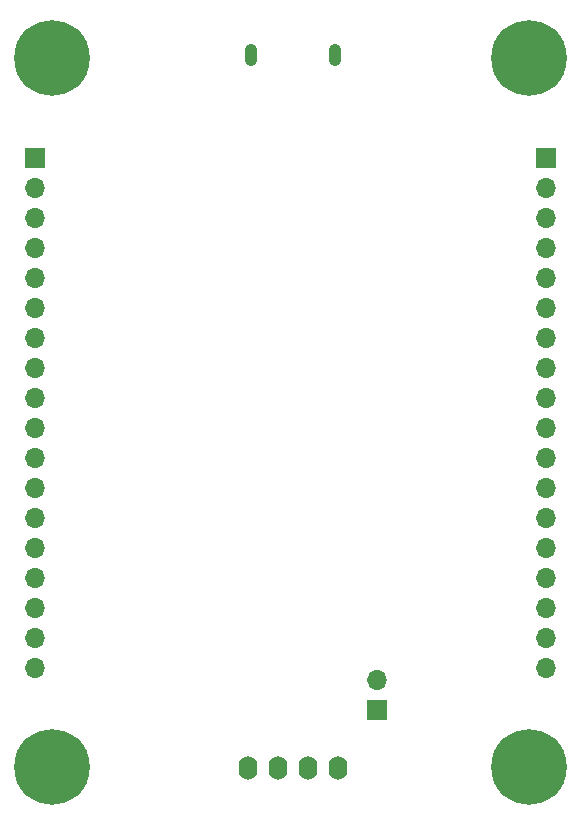
<source format=gbr>
%TF.GenerationSoftware,KiCad,Pcbnew,7.0.9*%
%TF.CreationDate,2023-12-13T10:33:34+03:00*%
%TF.ProjectId,rp2040,72703230-3430-42e6-9b69-6361645f7063,rev?*%
%TF.SameCoordinates,Original*%
%TF.FileFunction,Soldermask,Bot*%
%TF.FilePolarity,Negative*%
%FSLAX46Y46*%
G04 Gerber Fmt 4.6, Leading zero omitted, Abs format (unit mm)*
G04 Created by KiCad (PCBNEW 7.0.9) date 2023-12-13 10:33:34*
%MOMM*%
%LPD*%
G01*
G04 APERTURE LIST*
%ADD10C,0.800000*%
%ADD11C,6.400000*%
%ADD12R,1.700000X1.700000*%
%ADD13O,1.700000X1.700000*%
%ADD14O,1.600000X2.000000*%
%ADD15O,1.050000X1.900000*%
G04 APERTURE END LIST*
D10*
%TO.C,H4*%
X119920000Y-128731944D03*
X120622944Y-127034888D03*
X120622944Y-130429000D03*
X122320000Y-126331944D03*
D11*
X122320000Y-128731944D03*
D10*
X122320000Y-131131944D03*
X124017056Y-127034888D03*
X124017056Y-130429000D03*
X124720000Y-128731944D03*
%TD*%
D12*
%TO.C,J2*%
X120920000Y-77216000D03*
D13*
X120920000Y-79756000D03*
X120920000Y-82296000D03*
X120920000Y-84836000D03*
X120920000Y-87376000D03*
X120920000Y-89916000D03*
X120920000Y-92456000D03*
X120920000Y-94996000D03*
X120920000Y-97536000D03*
X120920000Y-100076000D03*
X120920000Y-102616000D03*
X120920000Y-105156000D03*
X120920000Y-107696000D03*
X120920000Y-110236000D03*
X120920000Y-112776000D03*
X120920000Y-115316000D03*
X120920000Y-117856000D03*
X120920000Y-120396000D03*
%TD*%
D14*
%TO.C,U5*%
X146600000Y-128837000D03*
X144060000Y-128837000D03*
X141520000Y-128837000D03*
X138980000Y-128837000D03*
%TD*%
D12*
%TO.C,J4*%
X164140000Y-77216000D03*
D13*
X164140000Y-79756000D03*
X164140000Y-82296000D03*
X164140000Y-84836000D03*
X164140000Y-87376000D03*
X164140000Y-89916000D03*
X164140000Y-92456000D03*
X164140000Y-94996000D03*
X164140000Y-97536000D03*
X164140000Y-100076000D03*
X164140000Y-102616000D03*
X164140000Y-105156000D03*
X164140000Y-107696000D03*
X164140000Y-110236000D03*
X164140000Y-112776000D03*
X164140000Y-115316000D03*
X164140000Y-117856000D03*
X164140000Y-120396000D03*
%TD*%
D12*
%TO.C,J3*%
X149860000Y-123952000D03*
D13*
X149860000Y-121412000D03*
%TD*%
D10*
%TO.C,H1*%
X119920000Y-68707000D03*
X120622944Y-67009944D03*
X120622944Y-70404056D03*
X122320000Y-66307000D03*
D11*
X122320000Y-68707000D03*
D10*
X122320000Y-71107000D03*
X124017056Y-67009944D03*
X124017056Y-70404056D03*
X124720000Y-68707000D03*
%TD*%
D15*
%TO.C,J1*%
X146323000Y-68470000D03*
X139173000Y-68470000D03*
%TD*%
D10*
%TO.C,H2*%
X160340000Y-68707000D03*
X161042944Y-67009944D03*
X161042944Y-70404056D03*
X162740000Y-66307000D03*
D11*
X162740000Y-68707000D03*
D10*
X162740000Y-71107000D03*
X164437056Y-67009944D03*
X164437056Y-70404056D03*
X165140000Y-68707000D03*
%TD*%
%TO.C,H3*%
X160340000Y-128731944D03*
X161042944Y-127034888D03*
X161042944Y-130429000D03*
X162740000Y-126331944D03*
D11*
X162740000Y-128731944D03*
D10*
X162740000Y-131131944D03*
X164437056Y-127034888D03*
X164437056Y-130429000D03*
X165140000Y-128731944D03*
%TD*%
M02*

</source>
